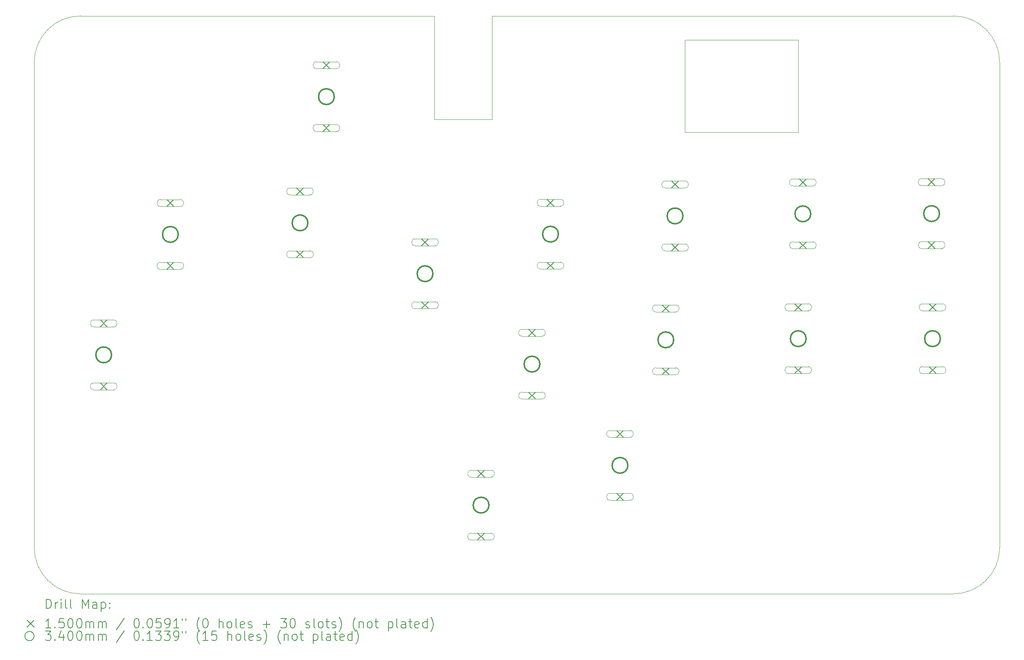
<source format=gbr>
%TF.GenerationSoftware,KiCad,Pcbnew,8.0.6*%
%TF.CreationDate,2024-11-15T02:05:07+00:00*%
%TF.ProjectId,keychron_hitbox,6b657963-6872-46f6-9e5f-686974626f78,rev?*%
%TF.SameCoordinates,Original*%
%TF.FileFunction,Drillmap*%
%TF.FilePolarity,Positive*%
%FSLAX45Y45*%
G04 Gerber Fmt 4.5, Leading zero omitted, Abs format (unit mm)*
G04 Created by KiCad (PCBNEW 8.0.6) date 2024-11-15 02:05:07*
%MOMM*%
%LPD*%
G01*
G04 APERTURE LIST*
%ADD10C,0.050000*%
%ADD11C,0.200000*%
%ADD12C,0.150000*%
%ADD13C,0.100000*%
%ADD14C,0.340000*%
G04 APERTURE END LIST*
D10*
X5300000Y-15000000D02*
X24150000Y-15000000D01*
X12946000Y-2500000D02*
X5300000Y-2500000D01*
X4300000Y-14000000D02*
X4300000Y-3500000D01*
X25150000Y-14000000D02*
G75*
G02*
X24150000Y-15000000I-1000000J0D01*
G01*
X24150000Y-2500000D02*
G75*
G02*
X25150000Y-3500000I0J-1000000D01*
G01*
X14189000Y-2500000D02*
X24150000Y-2500000D01*
X12946000Y-4735000D02*
X12946000Y-2500000D01*
X4300000Y-3500000D02*
G75*
G02*
X5300000Y-2500000I1000000J0D01*
G01*
X14189000Y-2500000D02*
X14189000Y-4735000D01*
X14189000Y-4735000D02*
X12946000Y-4735000D01*
X5300000Y-15000000D02*
G75*
G02*
X4300000Y-14000000I0J1000000D01*
G01*
X25150000Y-3500000D02*
X25150000Y-14000000D01*
X18350000Y-3015000D02*
X20800000Y-3015000D01*
X20800000Y-5015000D01*
X18350000Y-5015000D01*
X18350000Y-3015000D01*
D11*
D12*
X5725000Y-9075000D02*
X5875000Y-9225000D01*
X5875000Y-9075000D02*
X5725000Y-9225000D01*
D13*
X5585000Y-9225000D02*
X6015000Y-9225000D01*
X6015000Y-9075000D02*
G75*
G02*
X6015000Y-9225000I0J-75000D01*
G01*
X6015000Y-9075000D02*
X5585000Y-9075000D01*
X5585000Y-9075000D02*
G75*
G03*
X5585000Y-9225000I0J-75000D01*
G01*
D12*
X5725000Y-10435000D02*
X5875000Y-10585000D01*
X5875000Y-10435000D02*
X5725000Y-10585000D01*
D13*
X5585000Y-10585000D02*
X6015000Y-10585000D01*
X6015000Y-10435000D02*
G75*
G02*
X6015000Y-10585000I0J-75000D01*
G01*
X6015000Y-10435000D02*
X5585000Y-10435000D01*
X5585000Y-10435000D02*
G75*
G03*
X5585000Y-10585000I0J-75000D01*
G01*
D12*
X7165000Y-6470000D02*
X7315000Y-6620000D01*
X7315000Y-6470000D02*
X7165000Y-6620000D01*
D13*
X7025000Y-6620000D02*
X7455000Y-6620000D01*
X7455000Y-6470000D02*
G75*
G02*
X7455000Y-6620000I0J-75000D01*
G01*
X7455000Y-6470000D02*
X7025000Y-6470000D01*
X7025000Y-6470000D02*
G75*
G03*
X7025000Y-6620000I0J-75000D01*
G01*
D12*
X7165000Y-7830000D02*
X7315000Y-7980000D01*
X7315000Y-7830000D02*
X7165000Y-7980000D01*
D13*
X7025000Y-7980000D02*
X7455000Y-7980000D01*
X7455000Y-7830000D02*
G75*
G02*
X7455000Y-7980000I0J-75000D01*
G01*
X7455000Y-7830000D02*
X7025000Y-7830000D01*
X7025000Y-7830000D02*
G75*
G03*
X7025000Y-7980000I0J-75000D01*
G01*
D12*
X9965000Y-6220000D02*
X10115000Y-6370000D01*
X10115000Y-6220000D02*
X9965000Y-6370000D01*
D13*
X9825000Y-6370000D02*
X10255000Y-6370000D01*
X10255000Y-6220000D02*
G75*
G02*
X10255000Y-6370000I0J-75000D01*
G01*
X10255000Y-6220000D02*
X9825000Y-6220000D01*
X9825000Y-6220000D02*
G75*
G03*
X9825000Y-6370000I0J-75000D01*
G01*
D12*
X9965000Y-7580000D02*
X10115000Y-7730000D01*
X10115000Y-7580000D02*
X9965000Y-7730000D01*
D13*
X9825000Y-7730000D02*
X10255000Y-7730000D01*
X10255000Y-7580000D02*
G75*
G02*
X10255000Y-7730000I0J-75000D01*
G01*
X10255000Y-7580000D02*
X9825000Y-7580000D01*
X9825000Y-7580000D02*
G75*
G03*
X9825000Y-7730000I0J-75000D01*
G01*
D12*
X10535000Y-3490000D02*
X10685000Y-3640000D01*
X10685000Y-3490000D02*
X10535000Y-3640000D01*
D13*
X10395000Y-3640000D02*
X10825000Y-3640000D01*
X10825000Y-3490000D02*
G75*
G02*
X10825000Y-3640000I0J-75000D01*
G01*
X10825000Y-3490000D02*
X10395000Y-3490000D01*
X10395000Y-3490000D02*
G75*
G03*
X10395000Y-3640000I0J-75000D01*
G01*
D12*
X10535000Y-4850000D02*
X10685000Y-5000000D01*
X10685000Y-4850000D02*
X10535000Y-5000000D01*
D13*
X10395000Y-5000000D02*
X10825000Y-5000000D01*
X10825000Y-4850000D02*
G75*
G02*
X10825000Y-5000000I0J-75000D01*
G01*
X10825000Y-4850000D02*
X10395000Y-4850000D01*
X10395000Y-4850000D02*
G75*
G03*
X10395000Y-5000000I0J-75000D01*
G01*
D12*
X12665000Y-7320000D02*
X12815000Y-7470000D01*
X12815000Y-7320000D02*
X12665000Y-7470000D01*
D13*
X12525000Y-7470000D02*
X12955000Y-7470000D01*
X12955000Y-7320000D02*
G75*
G02*
X12955000Y-7470000I0J-75000D01*
G01*
X12955000Y-7320000D02*
X12525000Y-7320000D01*
X12525000Y-7320000D02*
G75*
G03*
X12525000Y-7470000I0J-75000D01*
G01*
D12*
X12665000Y-8680000D02*
X12815000Y-8830000D01*
X12815000Y-8680000D02*
X12665000Y-8830000D01*
D13*
X12525000Y-8830000D02*
X12955000Y-8830000D01*
X12955000Y-8680000D02*
G75*
G02*
X12955000Y-8830000I0J-75000D01*
G01*
X12955000Y-8680000D02*
X12525000Y-8680000D01*
X12525000Y-8680000D02*
G75*
G03*
X12525000Y-8830000I0J-75000D01*
G01*
D12*
X13875000Y-12325000D02*
X14025000Y-12475000D01*
X14025000Y-12325000D02*
X13875000Y-12475000D01*
D13*
X13735000Y-12475000D02*
X14165000Y-12475000D01*
X14165000Y-12325000D02*
G75*
G02*
X14165000Y-12475000I0J-75000D01*
G01*
X14165000Y-12325000D02*
X13735000Y-12325000D01*
X13735000Y-12325000D02*
G75*
G03*
X13735000Y-12475000I0J-75000D01*
G01*
D12*
X13875000Y-13685000D02*
X14025000Y-13835000D01*
X14025000Y-13685000D02*
X13875000Y-13835000D01*
D13*
X13735000Y-13835000D02*
X14165000Y-13835000D01*
X14165000Y-13685000D02*
G75*
G02*
X14165000Y-13835000I0J-75000D01*
G01*
X14165000Y-13685000D02*
X13735000Y-13685000D01*
X13735000Y-13685000D02*
G75*
G03*
X13735000Y-13835000I0J-75000D01*
G01*
D12*
X14975000Y-9275000D02*
X15125000Y-9425000D01*
X15125000Y-9275000D02*
X14975000Y-9425000D01*
D13*
X14835000Y-9425000D02*
X15265000Y-9425000D01*
X15265000Y-9275000D02*
G75*
G02*
X15265000Y-9425000I0J-75000D01*
G01*
X15265000Y-9275000D02*
X14835000Y-9275000D01*
X14835000Y-9275000D02*
G75*
G03*
X14835000Y-9425000I0J-75000D01*
G01*
D12*
X14975000Y-10635000D02*
X15125000Y-10785000D01*
X15125000Y-10635000D02*
X14975000Y-10785000D01*
D13*
X14835000Y-10785000D02*
X15265000Y-10785000D01*
X15265000Y-10635000D02*
G75*
G02*
X15265000Y-10785000I0J-75000D01*
G01*
X15265000Y-10635000D02*
X14835000Y-10635000D01*
X14835000Y-10635000D02*
G75*
G03*
X14835000Y-10785000I0J-75000D01*
G01*
D12*
X15375000Y-6465000D02*
X15525000Y-6615000D01*
X15525000Y-6465000D02*
X15375000Y-6615000D01*
D13*
X15235000Y-6615000D02*
X15665000Y-6615000D01*
X15665000Y-6465000D02*
G75*
G02*
X15665000Y-6615000I0J-75000D01*
G01*
X15665000Y-6465000D02*
X15235000Y-6465000D01*
X15235000Y-6465000D02*
G75*
G03*
X15235000Y-6615000I0J-75000D01*
G01*
D12*
X15375000Y-7825000D02*
X15525000Y-7975000D01*
X15525000Y-7825000D02*
X15375000Y-7975000D01*
D13*
X15235000Y-7975000D02*
X15665000Y-7975000D01*
X15665000Y-7825000D02*
G75*
G02*
X15665000Y-7975000I0J-75000D01*
G01*
X15665000Y-7825000D02*
X15235000Y-7825000D01*
X15235000Y-7825000D02*
G75*
G03*
X15235000Y-7975000I0J-75000D01*
G01*
D12*
X16875000Y-11465000D02*
X17025000Y-11615000D01*
X17025000Y-11465000D02*
X16875000Y-11615000D01*
D13*
X16735000Y-11615000D02*
X17165000Y-11615000D01*
X17165000Y-11465000D02*
G75*
G02*
X17165000Y-11615000I0J-75000D01*
G01*
X17165000Y-11465000D02*
X16735000Y-11465000D01*
X16735000Y-11465000D02*
G75*
G03*
X16735000Y-11615000I0J-75000D01*
G01*
D12*
X16875000Y-12825000D02*
X17025000Y-12975000D01*
X17025000Y-12825000D02*
X16875000Y-12975000D01*
D13*
X16735000Y-12975000D02*
X17165000Y-12975000D01*
X17165000Y-12825000D02*
G75*
G02*
X17165000Y-12975000I0J-75000D01*
G01*
X17165000Y-12825000D02*
X16735000Y-12825000D01*
X16735000Y-12825000D02*
G75*
G03*
X16735000Y-12975000I0J-75000D01*
G01*
D12*
X17865000Y-8750000D02*
X18015000Y-8900000D01*
X18015000Y-8750000D02*
X17865000Y-8900000D01*
D13*
X17725000Y-8900000D02*
X18155000Y-8900000D01*
X18155000Y-8750000D02*
G75*
G02*
X18155000Y-8900000I0J-75000D01*
G01*
X18155000Y-8750000D02*
X17725000Y-8750000D01*
X17725000Y-8750000D02*
G75*
G03*
X17725000Y-8900000I0J-75000D01*
G01*
D12*
X17865000Y-10110000D02*
X18015000Y-10260000D01*
X18015000Y-10110000D02*
X17865000Y-10260000D01*
D13*
X17725000Y-10260000D02*
X18155000Y-10260000D01*
X18155000Y-10110000D02*
G75*
G02*
X18155000Y-10260000I0J-75000D01*
G01*
X18155000Y-10110000D02*
X17725000Y-10110000D01*
X17725000Y-10110000D02*
G75*
G03*
X17725000Y-10260000I0J-75000D01*
G01*
D12*
X18065000Y-6070000D02*
X18215000Y-6220000D01*
X18215000Y-6070000D02*
X18065000Y-6220000D01*
D13*
X17925000Y-6220000D02*
X18355000Y-6220000D01*
X18355000Y-6070000D02*
G75*
G02*
X18355000Y-6220000I0J-75000D01*
G01*
X18355000Y-6070000D02*
X17925000Y-6070000D01*
X17925000Y-6070000D02*
G75*
G03*
X17925000Y-6220000I0J-75000D01*
G01*
D12*
X18065000Y-7430000D02*
X18215000Y-7580000D01*
X18215000Y-7430000D02*
X18065000Y-7580000D01*
D13*
X17925000Y-7580000D02*
X18355000Y-7580000D01*
X18355000Y-7430000D02*
G75*
G02*
X18355000Y-7580000I0J-75000D01*
G01*
X18355000Y-7430000D02*
X17925000Y-7430000D01*
X17925000Y-7430000D02*
G75*
G03*
X17925000Y-7580000I0J-75000D01*
G01*
D12*
X20725000Y-8725000D02*
X20875000Y-8875000D01*
X20875000Y-8725000D02*
X20725000Y-8875000D01*
D13*
X20585000Y-8875000D02*
X21015000Y-8875000D01*
X21015000Y-8725000D02*
G75*
G02*
X21015000Y-8875000I0J-75000D01*
G01*
X21015000Y-8725000D02*
X20585000Y-8725000D01*
X20585000Y-8725000D02*
G75*
G03*
X20585000Y-8875000I0J-75000D01*
G01*
D12*
X20725000Y-10085000D02*
X20875000Y-10235000D01*
X20875000Y-10085000D02*
X20725000Y-10235000D01*
D13*
X20585000Y-10235000D02*
X21015000Y-10235000D01*
X21015000Y-10085000D02*
G75*
G02*
X21015000Y-10235000I0J-75000D01*
G01*
X21015000Y-10085000D02*
X20585000Y-10085000D01*
X20585000Y-10085000D02*
G75*
G03*
X20585000Y-10235000I0J-75000D01*
G01*
D12*
X20825000Y-6025000D02*
X20975000Y-6175000D01*
X20975000Y-6025000D02*
X20825000Y-6175000D01*
D13*
X20685000Y-6175000D02*
X21115000Y-6175000D01*
X21115000Y-6025000D02*
G75*
G02*
X21115000Y-6175000I0J-75000D01*
G01*
X21115000Y-6025000D02*
X20685000Y-6025000D01*
X20685000Y-6025000D02*
G75*
G03*
X20685000Y-6175000I0J-75000D01*
G01*
D12*
X20825000Y-7385000D02*
X20975000Y-7535000D01*
X20975000Y-7385000D02*
X20825000Y-7535000D01*
D13*
X20685000Y-7535000D02*
X21115000Y-7535000D01*
X21115000Y-7385000D02*
G75*
G02*
X21115000Y-7535000I0J-75000D01*
G01*
X21115000Y-7385000D02*
X20685000Y-7385000D01*
X20685000Y-7385000D02*
G75*
G03*
X20685000Y-7535000I0J-75000D01*
G01*
D12*
X23605000Y-6020000D02*
X23755000Y-6170000D01*
X23755000Y-6020000D02*
X23605000Y-6170000D01*
D13*
X23465000Y-6170000D02*
X23895000Y-6170000D01*
X23895000Y-6020000D02*
G75*
G02*
X23895000Y-6170000I0J-75000D01*
G01*
X23895000Y-6020000D02*
X23465000Y-6020000D01*
X23465000Y-6020000D02*
G75*
G03*
X23465000Y-6170000I0J-75000D01*
G01*
D12*
X23605000Y-7380000D02*
X23755000Y-7530000D01*
X23755000Y-7380000D02*
X23605000Y-7530000D01*
D13*
X23465000Y-7530000D02*
X23895000Y-7530000D01*
X23895000Y-7380000D02*
G75*
G02*
X23895000Y-7530000I0J-75000D01*
G01*
X23895000Y-7380000D02*
X23465000Y-7380000D01*
X23465000Y-7380000D02*
G75*
G03*
X23465000Y-7530000I0J-75000D01*
G01*
D12*
X23625000Y-8725000D02*
X23775000Y-8875000D01*
X23775000Y-8725000D02*
X23625000Y-8875000D01*
D13*
X23485000Y-8875000D02*
X23915000Y-8875000D01*
X23915000Y-8725000D02*
G75*
G02*
X23915000Y-8875000I0J-75000D01*
G01*
X23915000Y-8725000D02*
X23485000Y-8725000D01*
X23485000Y-8725000D02*
G75*
G03*
X23485000Y-8875000I0J-75000D01*
G01*
D12*
X23625000Y-10085000D02*
X23775000Y-10235000D01*
X23775000Y-10085000D02*
X23625000Y-10235000D01*
D13*
X23485000Y-10235000D02*
X23915000Y-10235000D01*
X23915000Y-10085000D02*
G75*
G02*
X23915000Y-10235000I0J-75000D01*
G01*
X23915000Y-10085000D02*
X23485000Y-10085000D01*
X23485000Y-10085000D02*
G75*
G03*
X23485000Y-10235000I0J-75000D01*
G01*
D14*
X5970000Y-9830000D02*
G75*
G02*
X5630000Y-9830000I-170000J0D01*
G01*
X5630000Y-9830000D02*
G75*
G02*
X5970000Y-9830000I170000J0D01*
G01*
X7410000Y-7225000D02*
G75*
G02*
X7070000Y-7225000I-170000J0D01*
G01*
X7070000Y-7225000D02*
G75*
G02*
X7410000Y-7225000I170000J0D01*
G01*
X10210000Y-6975000D02*
G75*
G02*
X9870000Y-6975000I-170000J0D01*
G01*
X9870000Y-6975000D02*
G75*
G02*
X10210000Y-6975000I170000J0D01*
G01*
X10780000Y-4245000D02*
G75*
G02*
X10440000Y-4245000I-170000J0D01*
G01*
X10440000Y-4245000D02*
G75*
G02*
X10780000Y-4245000I170000J0D01*
G01*
X12910000Y-8075000D02*
G75*
G02*
X12570000Y-8075000I-170000J0D01*
G01*
X12570000Y-8075000D02*
G75*
G02*
X12910000Y-8075000I170000J0D01*
G01*
X14120000Y-13080000D02*
G75*
G02*
X13780000Y-13080000I-170000J0D01*
G01*
X13780000Y-13080000D02*
G75*
G02*
X14120000Y-13080000I170000J0D01*
G01*
X15220000Y-10030000D02*
G75*
G02*
X14880000Y-10030000I-170000J0D01*
G01*
X14880000Y-10030000D02*
G75*
G02*
X15220000Y-10030000I170000J0D01*
G01*
X15620000Y-7220000D02*
G75*
G02*
X15280000Y-7220000I-170000J0D01*
G01*
X15280000Y-7220000D02*
G75*
G02*
X15620000Y-7220000I170000J0D01*
G01*
X17120000Y-12220000D02*
G75*
G02*
X16780000Y-12220000I-170000J0D01*
G01*
X16780000Y-12220000D02*
G75*
G02*
X17120000Y-12220000I170000J0D01*
G01*
X18110000Y-9505000D02*
G75*
G02*
X17770000Y-9505000I-170000J0D01*
G01*
X17770000Y-9505000D02*
G75*
G02*
X18110000Y-9505000I170000J0D01*
G01*
X18310000Y-6825000D02*
G75*
G02*
X17970000Y-6825000I-170000J0D01*
G01*
X17970000Y-6825000D02*
G75*
G02*
X18310000Y-6825000I170000J0D01*
G01*
X20970000Y-9480000D02*
G75*
G02*
X20630000Y-9480000I-170000J0D01*
G01*
X20630000Y-9480000D02*
G75*
G02*
X20970000Y-9480000I170000J0D01*
G01*
X21070000Y-6780000D02*
G75*
G02*
X20730000Y-6780000I-170000J0D01*
G01*
X20730000Y-6780000D02*
G75*
G02*
X21070000Y-6780000I170000J0D01*
G01*
X23850000Y-6775000D02*
G75*
G02*
X23510000Y-6775000I-170000J0D01*
G01*
X23510000Y-6775000D02*
G75*
G02*
X23850000Y-6775000I170000J0D01*
G01*
X23870000Y-9480000D02*
G75*
G02*
X23530000Y-9480000I-170000J0D01*
G01*
X23530000Y-9480000D02*
G75*
G02*
X23870000Y-9480000I170000J0D01*
G01*
D11*
X4558277Y-15313984D02*
X4558277Y-15113984D01*
X4558277Y-15113984D02*
X4605896Y-15113984D01*
X4605896Y-15113984D02*
X4634467Y-15123508D01*
X4634467Y-15123508D02*
X4653515Y-15142555D01*
X4653515Y-15142555D02*
X4663039Y-15161603D01*
X4663039Y-15161603D02*
X4672563Y-15199698D01*
X4672563Y-15199698D02*
X4672563Y-15228269D01*
X4672563Y-15228269D02*
X4663039Y-15266365D01*
X4663039Y-15266365D02*
X4653515Y-15285412D01*
X4653515Y-15285412D02*
X4634467Y-15304460D01*
X4634467Y-15304460D02*
X4605896Y-15313984D01*
X4605896Y-15313984D02*
X4558277Y-15313984D01*
X4758277Y-15313984D02*
X4758277Y-15180650D01*
X4758277Y-15218746D02*
X4767801Y-15199698D01*
X4767801Y-15199698D02*
X4777324Y-15190174D01*
X4777324Y-15190174D02*
X4796372Y-15180650D01*
X4796372Y-15180650D02*
X4815420Y-15180650D01*
X4882086Y-15313984D02*
X4882086Y-15180650D01*
X4882086Y-15113984D02*
X4872563Y-15123508D01*
X4872563Y-15123508D02*
X4882086Y-15133031D01*
X4882086Y-15133031D02*
X4891610Y-15123508D01*
X4891610Y-15123508D02*
X4882086Y-15113984D01*
X4882086Y-15113984D02*
X4882086Y-15133031D01*
X5005896Y-15313984D02*
X4986848Y-15304460D01*
X4986848Y-15304460D02*
X4977324Y-15285412D01*
X4977324Y-15285412D02*
X4977324Y-15113984D01*
X5110658Y-15313984D02*
X5091610Y-15304460D01*
X5091610Y-15304460D02*
X5082086Y-15285412D01*
X5082086Y-15285412D02*
X5082086Y-15113984D01*
X5339229Y-15313984D02*
X5339229Y-15113984D01*
X5339229Y-15113984D02*
X5405896Y-15256841D01*
X5405896Y-15256841D02*
X5472563Y-15113984D01*
X5472563Y-15113984D02*
X5472563Y-15313984D01*
X5653515Y-15313984D02*
X5653515Y-15209222D01*
X5653515Y-15209222D02*
X5643991Y-15190174D01*
X5643991Y-15190174D02*
X5624943Y-15180650D01*
X5624943Y-15180650D02*
X5586848Y-15180650D01*
X5586848Y-15180650D02*
X5567801Y-15190174D01*
X5653515Y-15304460D02*
X5634467Y-15313984D01*
X5634467Y-15313984D02*
X5586848Y-15313984D01*
X5586848Y-15313984D02*
X5567801Y-15304460D01*
X5567801Y-15304460D02*
X5558277Y-15285412D01*
X5558277Y-15285412D02*
X5558277Y-15266365D01*
X5558277Y-15266365D02*
X5567801Y-15247317D01*
X5567801Y-15247317D02*
X5586848Y-15237793D01*
X5586848Y-15237793D02*
X5634467Y-15237793D01*
X5634467Y-15237793D02*
X5653515Y-15228269D01*
X5748753Y-15180650D02*
X5748753Y-15380650D01*
X5748753Y-15190174D02*
X5767801Y-15180650D01*
X5767801Y-15180650D02*
X5805896Y-15180650D01*
X5805896Y-15180650D02*
X5824943Y-15190174D01*
X5824943Y-15190174D02*
X5834467Y-15199698D01*
X5834467Y-15199698D02*
X5843991Y-15218746D01*
X5843991Y-15218746D02*
X5843991Y-15275888D01*
X5843991Y-15275888D02*
X5834467Y-15294936D01*
X5834467Y-15294936D02*
X5824943Y-15304460D01*
X5824943Y-15304460D02*
X5805896Y-15313984D01*
X5805896Y-15313984D02*
X5767801Y-15313984D01*
X5767801Y-15313984D02*
X5748753Y-15304460D01*
X5929705Y-15294936D02*
X5939229Y-15304460D01*
X5939229Y-15304460D02*
X5929705Y-15313984D01*
X5929705Y-15313984D02*
X5920182Y-15304460D01*
X5920182Y-15304460D02*
X5929705Y-15294936D01*
X5929705Y-15294936D02*
X5929705Y-15313984D01*
X5929705Y-15190174D02*
X5939229Y-15199698D01*
X5939229Y-15199698D02*
X5929705Y-15209222D01*
X5929705Y-15209222D02*
X5920182Y-15199698D01*
X5920182Y-15199698D02*
X5929705Y-15190174D01*
X5929705Y-15190174D02*
X5929705Y-15209222D01*
D12*
X4147500Y-15567500D02*
X4297500Y-15717500D01*
X4297500Y-15567500D02*
X4147500Y-15717500D01*
D11*
X4663039Y-15733984D02*
X4548753Y-15733984D01*
X4605896Y-15733984D02*
X4605896Y-15533984D01*
X4605896Y-15533984D02*
X4586848Y-15562555D01*
X4586848Y-15562555D02*
X4567801Y-15581603D01*
X4567801Y-15581603D02*
X4548753Y-15591127D01*
X4748753Y-15714936D02*
X4758277Y-15724460D01*
X4758277Y-15724460D02*
X4748753Y-15733984D01*
X4748753Y-15733984D02*
X4739229Y-15724460D01*
X4739229Y-15724460D02*
X4748753Y-15714936D01*
X4748753Y-15714936D02*
X4748753Y-15733984D01*
X4939229Y-15533984D02*
X4843991Y-15533984D01*
X4843991Y-15533984D02*
X4834467Y-15629222D01*
X4834467Y-15629222D02*
X4843991Y-15619698D01*
X4843991Y-15619698D02*
X4863039Y-15610174D01*
X4863039Y-15610174D02*
X4910658Y-15610174D01*
X4910658Y-15610174D02*
X4929705Y-15619698D01*
X4929705Y-15619698D02*
X4939229Y-15629222D01*
X4939229Y-15629222D02*
X4948753Y-15648269D01*
X4948753Y-15648269D02*
X4948753Y-15695888D01*
X4948753Y-15695888D02*
X4939229Y-15714936D01*
X4939229Y-15714936D02*
X4929705Y-15724460D01*
X4929705Y-15724460D02*
X4910658Y-15733984D01*
X4910658Y-15733984D02*
X4863039Y-15733984D01*
X4863039Y-15733984D02*
X4843991Y-15724460D01*
X4843991Y-15724460D02*
X4834467Y-15714936D01*
X5072563Y-15533984D02*
X5091610Y-15533984D01*
X5091610Y-15533984D02*
X5110658Y-15543508D01*
X5110658Y-15543508D02*
X5120182Y-15553031D01*
X5120182Y-15553031D02*
X5129705Y-15572079D01*
X5129705Y-15572079D02*
X5139229Y-15610174D01*
X5139229Y-15610174D02*
X5139229Y-15657793D01*
X5139229Y-15657793D02*
X5129705Y-15695888D01*
X5129705Y-15695888D02*
X5120182Y-15714936D01*
X5120182Y-15714936D02*
X5110658Y-15724460D01*
X5110658Y-15724460D02*
X5091610Y-15733984D01*
X5091610Y-15733984D02*
X5072563Y-15733984D01*
X5072563Y-15733984D02*
X5053515Y-15724460D01*
X5053515Y-15724460D02*
X5043991Y-15714936D01*
X5043991Y-15714936D02*
X5034467Y-15695888D01*
X5034467Y-15695888D02*
X5024944Y-15657793D01*
X5024944Y-15657793D02*
X5024944Y-15610174D01*
X5024944Y-15610174D02*
X5034467Y-15572079D01*
X5034467Y-15572079D02*
X5043991Y-15553031D01*
X5043991Y-15553031D02*
X5053515Y-15543508D01*
X5053515Y-15543508D02*
X5072563Y-15533984D01*
X5263039Y-15533984D02*
X5282086Y-15533984D01*
X5282086Y-15533984D02*
X5301134Y-15543508D01*
X5301134Y-15543508D02*
X5310658Y-15553031D01*
X5310658Y-15553031D02*
X5320182Y-15572079D01*
X5320182Y-15572079D02*
X5329705Y-15610174D01*
X5329705Y-15610174D02*
X5329705Y-15657793D01*
X5329705Y-15657793D02*
X5320182Y-15695888D01*
X5320182Y-15695888D02*
X5310658Y-15714936D01*
X5310658Y-15714936D02*
X5301134Y-15724460D01*
X5301134Y-15724460D02*
X5282086Y-15733984D01*
X5282086Y-15733984D02*
X5263039Y-15733984D01*
X5263039Y-15733984D02*
X5243991Y-15724460D01*
X5243991Y-15724460D02*
X5234467Y-15714936D01*
X5234467Y-15714936D02*
X5224944Y-15695888D01*
X5224944Y-15695888D02*
X5215420Y-15657793D01*
X5215420Y-15657793D02*
X5215420Y-15610174D01*
X5215420Y-15610174D02*
X5224944Y-15572079D01*
X5224944Y-15572079D02*
X5234467Y-15553031D01*
X5234467Y-15553031D02*
X5243991Y-15543508D01*
X5243991Y-15543508D02*
X5263039Y-15533984D01*
X5415420Y-15733984D02*
X5415420Y-15600650D01*
X5415420Y-15619698D02*
X5424944Y-15610174D01*
X5424944Y-15610174D02*
X5443991Y-15600650D01*
X5443991Y-15600650D02*
X5472563Y-15600650D01*
X5472563Y-15600650D02*
X5491610Y-15610174D01*
X5491610Y-15610174D02*
X5501134Y-15629222D01*
X5501134Y-15629222D02*
X5501134Y-15733984D01*
X5501134Y-15629222D02*
X5510658Y-15610174D01*
X5510658Y-15610174D02*
X5529705Y-15600650D01*
X5529705Y-15600650D02*
X5558277Y-15600650D01*
X5558277Y-15600650D02*
X5577325Y-15610174D01*
X5577325Y-15610174D02*
X5586848Y-15629222D01*
X5586848Y-15629222D02*
X5586848Y-15733984D01*
X5682086Y-15733984D02*
X5682086Y-15600650D01*
X5682086Y-15619698D02*
X5691610Y-15610174D01*
X5691610Y-15610174D02*
X5710658Y-15600650D01*
X5710658Y-15600650D02*
X5739229Y-15600650D01*
X5739229Y-15600650D02*
X5758277Y-15610174D01*
X5758277Y-15610174D02*
X5767801Y-15629222D01*
X5767801Y-15629222D02*
X5767801Y-15733984D01*
X5767801Y-15629222D02*
X5777324Y-15610174D01*
X5777324Y-15610174D02*
X5796372Y-15600650D01*
X5796372Y-15600650D02*
X5824943Y-15600650D01*
X5824943Y-15600650D02*
X5843991Y-15610174D01*
X5843991Y-15610174D02*
X5853515Y-15629222D01*
X5853515Y-15629222D02*
X5853515Y-15733984D01*
X6243991Y-15524460D02*
X6072563Y-15781603D01*
X6501134Y-15533984D02*
X6520182Y-15533984D01*
X6520182Y-15533984D02*
X6539229Y-15543508D01*
X6539229Y-15543508D02*
X6548753Y-15553031D01*
X6548753Y-15553031D02*
X6558277Y-15572079D01*
X6558277Y-15572079D02*
X6567801Y-15610174D01*
X6567801Y-15610174D02*
X6567801Y-15657793D01*
X6567801Y-15657793D02*
X6558277Y-15695888D01*
X6558277Y-15695888D02*
X6548753Y-15714936D01*
X6548753Y-15714936D02*
X6539229Y-15724460D01*
X6539229Y-15724460D02*
X6520182Y-15733984D01*
X6520182Y-15733984D02*
X6501134Y-15733984D01*
X6501134Y-15733984D02*
X6482086Y-15724460D01*
X6482086Y-15724460D02*
X6472563Y-15714936D01*
X6472563Y-15714936D02*
X6463039Y-15695888D01*
X6463039Y-15695888D02*
X6453515Y-15657793D01*
X6453515Y-15657793D02*
X6453515Y-15610174D01*
X6453515Y-15610174D02*
X6463039Y-15572079D01*
X6463039Y-15572079D02*
X6472563Y-15553031D01*
X6472563Y-15553031D02*
X6482086Y-15543508D01*
X6482086Y-15543508D02*
X6501134Y-15533984D01*
X6653515Y-15714936D02*
X6663039Y-15724460D01*
X6663039Y-15724460D02*
X6653515Y-15733984D01*
X6653515Y-15733984D02*
X6643991Y-15724460D01*
X6643991Y-15724460D02*
X6653515Y-15714936D01*
X6653515Y-15714936D02*
X6653515Y-15733984D01*
X6786848Y-15533984D02*
X6805896Y-15533984D01*
X6805896Y-15533984D02*
X6824944Y-15543508D01*
X6824944Y-15543508D02*
X6834467Y-15553031D01*
X6834467Y-15553031D02*
X6843991Y-15572079D01*
X6843991Y-15572079D02*
X6853515Y-15610174D01*
X6853515Y-15610174D02*
X6853515Y-15657793D01*
X6853515Y-15657793D02*
X6843991Y-15695888D01*
X6843991Y-15695888D02*
X6834467Y-15714936D01*
X6834467Y-15714936D02*
X6824944Y-15724460D01*
X6824944Y-15724460D02*
X6805896Y-15733984D01*
X6805896Y-15733984D02*
X6786848Y-15733984D01*
X6786848Y-15733984D02*
X6767801Y-15724460D01*
X6767801Y-15724460D02*
X6758277Y-15714936D01*
X6758277Y-15714936D02*
X6748753Y-15695888D01*
X6748753Y-15695888D02*
X6739229Y-15657793D01*
X6739229Y-15657793D02*
X6739229Y-15610174D01*
X6739229Y-15610174D02*
X6748753Y-15572079D01*
X6748753Y-15572079D02*
X6758277Y-15553031D01*
X6758277Y-15553031D02*
X6767801Y-15543508D01*
X6767801Y-15543508D02*
X6786848Y-15533984D01*
X7034467Y-15533984D02*
X6939229Y-15533984D01*
X6939229Y-15533984D02*
X6929706Y-15629222D01*
X6929706Y-15629222D02*
X6939229Y-15619698D01*
X6939229Y-15619698D02*
X6958277Y-15610174D01*
X6958277Y-15610174D02*
X7005896Y-15610174D01*
X7005896Y-15610174D02*
X7024944Y-15619698D01*
X7024944Y-15619698D02*
X7034467Y-15629222D01*
X7034467Y-15629222D02*
X7043991Y-15648269D01*
X7043991Y-15648269D02*
X7043991Y-15695888D01*
X7043991Y-15695888D02*
X7034467Y-15714936D01*
X7034467Y-15714936D02*
X7024944Y-15724460D01*
X7024944Y-15724460D02*
X7005896Y-15733984D01*
X7005896Y-15733984D02*
X6958277Y-15733984D01*
X6958277Y-15733984D02*
X6939229Y-15724460D01*
X6939229Y-15724460D02*
X6929706Y-15714936D01*
X7139229Y-15733984D02*
X7177325Y-15733984D01*
X7177325Y-15733984D02*
X7196372Y-15724460D01*
X7196372Y-15724460D02*
X7205896Y-15714936D01*
X7205896Y-15714936D02*
X7224944Y-15686365D01*
X7224944Y-15686365D02*
X7234467Y-15648269D01*
X7234467Y-15648269D02*
X7234467Y-15572079D01*
X7234467Y-15572079D02*
X7224944Y-15553031D01*
X7224944Y-15553031D02*
X7215420Y-15543508D01*
X7215420Y-15543508D02*
X7196372Y-15533984D01*
X7196372Y-15533984D02*
X7158277Y-15533984D01*
X7158277Y-15533984D02*
X7139229Y-15543508D01*
X7139229Y-15543508D02*
X7129706Y-15553031D01*
X7129706Y-15553031D02*
X7120182Y-15572079D01*
X7120182Y-15572079D02*
X7120182Y-15619698D01*
X7120182Y-15619698D02*
X7129706Y-15638746D01*
X7129706Y-15638746D02*
X7139229Y-15648269D01*
X7139229Y-15648269D02*
X7158277Y-15657793D01*
X7158277Y-15657793D02*
X7196372Y-15657793D01*
X7196372Y-15657793D02*
X7215420Y-15648269D01*
X7215420Y-15648269D02*
X7224944Y-15638746D01*
X7224944Y-15638746D02*
X7234467Y-15619698D01*
X7424944Y-15733984D02*
X7310658Y-15733984D01*
X7367801Y-15733984D02*
X7367801Y-15533984D01*
X7367801Y-15533984D02*
X7348753Y-15562555D01*
X7348753Y-15562555D02*
X7329706Y-15581603D01*
X7329706Y-15581603D02*
X7310658Y-15591127D01*
X7501134Y-15533984D02*
X7501134Y-15572079D01*
X7577325Y-15533984D02*
X7577325Y-15572079D01*
X7872563Y-15810174D02*
X7863039Y-15800650D01*
X7863039Y-15800650D02*
X7843991Y-15772079D01*
X7843991Y-15772079D02*
X7834468Y-15753031D01*
X7834468Y-15753031D02*
X7824944Y-15724460D01*
X7824944Y-15724460D02*
X7815420Y-15676841D01*
X7815420Y-15676841D02*
X7815420Y-15638746D01*
X7815420Y-15638746D02*
X7824944Y-15591127D01*
X7824944Y-15591127D02*
X7834468Y-15562555D01*
X7834468Y-15562555D02*
X7843991Y-15543508D01*
X7843991Y-15543508D02*
X7863039Y-15514936D01*
X7863039Y-15514936D02*
X7872563Y-15505412D01*
X7986848Y-15533984D02*
X8005896Y-15533984D01*
X8005896Y-15533984D02*
X8024944Y-15543508D01*
X8024944Y-15543508D02*
X8034468Y-15553031D01*
X8034468Y-15553031D02*
X8043991Y-15572079D01*
X8043991Y-15572079D02*
X8053515Y-15610174D01*
X8053515Y-15610174D02*
X8053515Y-15657793D01*
X8053515Y-15657793D02*
X8043991Y-15695888D01*
X8043991Y-15695888D02*
X8034468Y-15714936D01*
X8034468Y-15714936D02*
X8024944Y-15724460D01*
X8024944Y-15724460D02*
X8005896Y-15733984D01*
X8005896Y-15733984D02*
X7986848Y-15733984D01*
X7986848Y-15733984D02*
X7967801Y-15724460D01*
X7967801Y-15724460D02*
X7958277Y-15714936D01*
X7958277Y-15714936D02*
X7948753Y-15695888D01*
X7948753Y-15695888D02*
X7939229Y-15657793D01*
X7939229Y-15657793D02*
X7939229Y-15610174D01*
X7939229Y-15610174D02*
X7948753Y-15572079D01*
X7948753Y-15572079D02*
X7958277Y-15553031D01*
X7958277Y-15553031D02*
X7967801Y-15543508D01*
X7967801Y-15543508D02*
X7986848Y-15533984D01*
X8291610Y-15733984D02*
X8291610Y-15533984D01*
X8377325Y-15733984D02*
X8377325Y-15629222D01*
X8377325Y-15629222D02*
X8367801Y-15610174D01*
X8367801Y-15610174D02*
X8348753Y-15600650D01*
X8348753Y-15600650D02*
X8320182Y-15600650D01*
X8320182Y-15600650D02*
X8301134Y-15610174D01*
X8301134Y-15610174D02*
X8291610Y-15619698D01*
X8501134Y-15733984D02*
X8482087Y-15724460D01*
X8482087Y-15724460D02*
X8472563Y-15714936D01*
X8472563Y-15714936D02*
X8463039Y-15695888D01*
X8463039Y-15695888D02*
X8463039Y-15638746D01*
X8463039Y-15638746D02*
X8472563Y-15619698D01*
X8472563Y-15619698D02*
X8482087Y-15610174D01*
X8482087Y-15610174D02*
X8501134Y-15600650D01*
X8501134Y-15600650D02*
X8529706Y-15600650D01*
X8529706Y-15600650D02*
X8548753Y-15610174D01*
X8548753Y-15610174D02*
X8558277Y-15619698D01*
X8558277Y-15619698D02*
X8567801Y-15638746D01*
X8567801Y-15638746D02*
X8567801Y-15695888D01*
X8567801Y-15695888D02*
X8558277Y-15714936D01*
X8558277Y-15714936D02*
X8548753Y-15724460D01*
X8548753Y-15724460D02*
X8529706Y-15733984D01*
X8529706Y-15733984D02*
X8501134Y-15733984D01*
X8682087Y-15733984D02*
X8663039Y-15724460D01*
X8663039Y-15724460D02*
X8653515Y-15705412D01*
X8653515Y-15705412D02*
X8653515Y-15533984D01*
X8834468Y-15724460D02*
X8815420Y-15733984D01*
X8815420Y-15733984D02*
X8777325Y-15733984D01*
X8777325Y-15733984D02*
X8758277Y-15724460D01*
X8758277Y-15724460D02*
X8748753Y-15705412D01*
X8748753Y-15705412D02*
X8748753Y-15629222D01*
X8748753Y-15629222D02*
X8758277Y-15610174D01*
X8758277Y-15610174D02*
X8777325Y-15600650D01*
X8777325Y-15600650D02*
X8815420Y-15600650D01*
X8815420Y-15600650D02*
X8834468Y-15610174D01*
X8834468Y-15610174D02*
X8843992Y-15629222D01*
X8843992Y-15629222D02*
X8843992Y-15648269D01*
X8843992Y-15648269D02*
X8748753Y-15667317D01*
X8920182Y-15724460D02*
X8939230Y-15733984D01*
X8939230Y-15733984D02*
X8977325Y-15733984D01*
X8977325Y-15733984D02*
X8996373Y-15724460D01*
X8996373Y-15724460D02*
X9005896Y-15705412D01*
X9005896Y-15705412D02*
X9005896Y-15695888D01*
X9005896Y-15695888D02*
X8996373Y-15676841D01*
X8996373Y-15676841D02*
X8977325Y-15667317D01*
X8977325Y-15667317D02*
X8948753Y-15667317D01*
X8948753Y-15667317D02*
X8929706Y-15657793D01*
X8929706Y-15657793D02*
X8920182Y-15638746D01*
X8920182Y-15638746D02*
X8920182Y-15629222D01*
X8920182Y-15629222D02*
X8929706Y-15610174D01*
X8929706Y-15610174D02*
X8948753Y-15600650D01*
X8948753Y-15600650D02*
X8977325Y-15600650D01*
X8977325Y-15600650D02*
X8996373Y-15610174D01*
X9243992Y-15657793D02*
X9396373Y-15657793D01*
X9320182Y-15733984D02*
X9320182Y-15581603D01*
X9624944Y-15533984D02*
X9748754Y-15533984D01*
X9748754Y-15533984D02*
X9682087Y-15610174D01*
X9682087Y-15610174D02*
X9710658Y-15610174D01*
X9710658Y-15610174D02*
X9729706Y-15619698D01*
X9729706Y-15619698D02*
X9739230Y-15629222D01*
X9739230Y-15629222D02*
X9748754Y-15648269D01*
X9748754Y-15648269D02*
X9748754Y-15695888D01*
X9748754Y-15695888D02*
X9739230Y-15714936D01*
X9739230Y-15714936D02*
X9729706Y-15724460D01*
X9729706Y-15724460D02*
X9710658Y-15733984D01*
X9710658Y-15733984D02*
X9653515Y-15733984D01*
X9653515Y-15733984D02*
X9634468Y-15724460D01*
X9634468Y-15724460D02*
X9624944Y-15714936D01*
X9872563Y-15533984D02*
X9891611Y-15533984D01*
X9891611Y-15533984D02*
X9910658Y-15543508D01*
X9910658Y-15543508D02*
X9920182Y-15553031D01*
X9920182Y-15553031D02*
X9929706Y-15572079D01*
X9929706Y-15572079D02*
X9939230Y-15610174D01*
X9939230Y-15610174D02*
X9939230Y-15657793D01*
X9939230Y-15657793D02*
X9929706Y-15695888D01*
X9929706Y-15695888D02*
X9920182Y-15714936D01*
X9920182Y-15714936D02*
X9910658Y-15724460D01*
X9910658Y-15724460D02*
X9891611Y-15733984D01*
X9891611Y-15733984D02*
X9872563Y-15733984D01*
X9872563Y-15733984D02*
X9853515Y-15724460D01*
X9853515Y-15724460D02*
X9843992Y-15714936D01*
X9843992Y-15714936D02*
X9834468Y-15695888D01*
X9834468Y-15695888D02*
X9824944Y-15657793D01*
X9824944Y-15657793D02*
X9824944Y-15610174D01*
X9824944Y-15610174D02*
X9834468Y-15572079D01*
X9834468Y-15572079D02*
X9843992Y-15553031D01*
X9843992Y-15553031D02*
X9853515Y-15543508D01*
X9853515Y-15543508D02*
X9872563Y-15533984D01*
X10167801Y-15724460D02*
X10186849Y-15733984D01*
X10186849Y-15733984D02*
X10224944Y-15733984D01*
X10224944Y-15733984D02*
X10243992Y-15724460D01*
X10243992Y-15724460D02*
X10253516Y-15705412D01*
X10253516Y-15705412D02*
X10253516Y-15695888D01*
X10253516Y-15695888D02*
X10243992Y-15676841D01*
X10243992Y-15676841D02*
X10224944Y-15667317D01*
X10224944Y-15667317D02*
X10196373Y-15667317D01*
X10196373Y-15667317D02*
X10177325Y-15657793D01*
X10177325Y-15657793D02*
X10167801Y-15638746D01*
X10167801Y-15638746D02*
X10167801Y-15629222D01*
X10167801Y-15629222D02*
X10177325Y-15610174D01*
X10177325Y-15610174D02*
X10196373Y-15600650D01*
X10196373Y-15600650D02*
X10224944Y-15600650D01*
X10224944Y-15600650D02*
X10243992Y-15610174D01*
X10367801Y-15733984D02*
X10348754Y-15724460D01*
X10348754Y-15724460D02*
X10339230Y-15705412D01*
X10339230Y-15705412D02*
X10339230Y-15533984D01*
X10472563Y-15733984D02*
X10453516Y-15724460D01*
X10453516Y-15724460D02*
X10443992Y-15714936D01*
X10443992Y-15714936D02*
X10434468Y-15695888D01*
X10434468Y-15695888D02*
X10434468Y-15638746D01*
X10434468Y-15638746D02*
X10443992Y-15619698D01*
X10443992Y-15619698D02*
X10453516Y-15610174D01*
X10453516Y-15610174D02*
X10472563Y-15600650D01*
X10472563Y-15600650D02*
X10501135Y-15600650D01*
X10501135Y-15600650D02*
X10520182Y-15610174D01*
X10520182Y-15610174D02*
X10529706Y-15619698D01*
X10529706Y-15619698D02*
X10539230Y-15638746D01*
X10539230Y-15638746D02*
X10539230Y-15695888D01*
X10539230Y-15695888D02*
X10529706Y-15714936D01*
X10529706Y-15714936D02*
X10520182Y-15724460D01*
X10520182Y-15724460D02*
X10501135Y-15733984D01*
X10501135Y-15733984D02*
X10472563Y-15733984D01*
X10596373Y-15600650D02*
X10672563Y-15600650D01*
X10624944Y-15533984D02*
X10624944Y-15705412D01*
X10624944Y-15705412D02*
X10634468Y-15724460D01*
X10634468Y-15724460D02*
X10653516Y-15733984D01*
X10653516Y-15733984D02*
X10672563Y-15733984D01*
X10729706Y-15724460D02*
X10748754Y-15733984D01*
X10748754Y-15733984D02*
X10786849Y-15733984D01*
X10786849Y-15733984D02*
X10805897Y-15724460D01*
X10805897Y-15724460D02*
X10815420Y-15705412D01*
X10815420Y-15705412D02*
X10815420Y-15695888D01*
X10815420Y-15695888D02*
X10805897Y-15676841D01*
X10805897Y-15676841D02*
X10786849Y-15667317D01*
X10786849Y-15667317D02*
X10758277Y-15667317D01*
X10758277Y-15667317D02*
X10739230Y-15657793D01*
X10739230Y-15657793D02*
X10729706Y-15638746D01*
X10729706Y-15638746D02*
X10729706Y-15629222D01*
X10729706Y-15629222D02*
X10739230Y-15610174D01*
X10739230Y-15610174D02*
X10758277Y-15600650D01*
X10758277Y-15600650D02*
X10786849Y-15600650D01*
X10786849Y-15600650D02*
X10805897Y-15610174D01*
X10882087Y-15810174D02*
X10891611Y-15800650D01*
X10891611Y-15800650D02*
X10910658Y-15772079D01*
X10910658Y-15772079D02*
X10920182Y-15753031D01*
X10920182Y-15753031D02*
X10929706Y-15724460D01*
X10929706Y-15724460D02*
X10939230Y-15676841D01*
X10939230Y-15676841D02*
X10939230Y-15638746D01*
X10939230Y-15638746D02*
X10929706Y-15591127D01*
X10929706Y-15591127D02*
X10920182Y-15562555D01*
X10920182Y-15562555D02*
X10910658Y-15543508D01*
X10910658Y-15543508D02*
X10891611Y-15514936D01*
X10891611Y-15514936D02*
X10882087Y-15505412D01*
X11243992Y-15810174D02*
X11234468Y-15800650D01*
X11234468Y-15800650D02*
X11215420Y-15772079D01*
X11215420Y-15772079D02*
X11205896Y-15753031D01*
X11205896Y-15753031D02*
X11196373Y-15724460D01*
X11196373Y-15724460D02*
X11186849Y-15676841D01*
X11186849Y-15676841D02*
X11186849Y-15638746D01*
X11186849Y-15638746D02*
X11196373Y-15591127D01*
X11196373Y-15591127D02*
X11205896Y-15562555D01*
X11205896Y-15562555D02*
X11215420Y-15543508D01*
X11215420Y-15543508D02*
X11234468Y-15514936D01*
X11234468Y-15514936D02*
X11243992Y-15505412D01*
X11320182Y-15600650D02*
X11320182Y-15733984D01*
X11320182Y-15619698D02*
X11329706Y-15610174D01*
X11329706Y-15610174D02*
X11348754Y-15600650D01*
X11348754Y-15600650D02*
X11377325Y-15600650D01*
X11377325Y-15600650D02*
X11396373Y-15610174D01*
X11396373Y-15610174D02*
X11405896Y-15629222D01*
X11405896Y-15629222D02*
X11405896Y-15733984D01*
X11529706Y-15733984D02*
X11510658Y-15724460D01*
X11510658Y-15724460D02*
X11501135Y-15714936D01*
X11501135Y-15714936D02*
X11491611Y-15695888D01*
X11491611Y-15695888D02*
X11491611Y-15638746D01*
X11491611Y-15638746D02*
X11501135Y-15619698D01*
X11501135Y-15619698D02*
X11510658Y-15610174D01*
X11510658Y-15610174D02*
X11529706Y-15600650D01*
X11529706Y-15600650D02*
X11558277Y-15600650D01*
X11558277Y-15600650D02*
X11577325Y-15610174D01*
X11577325Y-15610174D02*
X11586849Y-15619698D01*
X11586849Y-15619698D02*
X11596373Y-15638746D01*
X11596373Y-15638746D02*
X11596373Y-15695888D01*
X11596373Y-15695888D02*
X11586849Y-15714936D01*
X11586849Y-15714936D02*
X11577325Y-15724460D01*
X11577325Y-15724460D02*
X11558277Y-15733984D01*
X11558277Y-15733984D02*
X11529706Y-15733984D01*
X11653516Y-15600650D02*
X11729706Y-15600650D01*
X11682087Y-15533984D02*
X11682087Y-15705412D01*
X11682087Y-15705412D02*
X11691611Y-15724460D01*
X11691611Y-15724460D02*
X11710658Y-15733984D01*
X11710658Y-15733984D02*
X11729706Y-15733984D01*
X11948754Y-15600650D02*
X11948754Y-15800650D01*
X11948754Y-15610174D02*
X11967801Y-15600650D01*
X11967801Y-15600650D02*
X12005897Y-15600650D01*
X12005897Y-15600650D02*
X12024944Y-15610174D01*
X12024944Y-15610174D02*
X12034468Y-15619698D01*
X12034468Y-15619698D02*
X12043992Y-15638746D01*
X12043992Y-15638746D02*
X12043992Y-15695888D01*
X12043992Y-15695888D02*
X12034468Y-15714936D01*
X12034468Y-15714936D02*
X12024944Y-15724460D01*
X12024944Y-15724460D02*
X12005897Y-15733984D01*
X12005897Y-15733984D02*
X11967801Y-15733984D01*
X11967801Y-15733984D02*
X11948754Y-15724460D01*
X12158277Y-15733984D02*
X12139230Y-15724460D01*
X12139230Y-15724460D02*
X12129706Y-15705412D01*
X12129706Y-15705412D02*
X12129706Y-15533984D01*
X12320182Y-15733984D02*
X12320182Y-15629222D01*
X12320182Y-15629222D02*
X12310658Y-15610174D01*
X12310658Y-15610174D02*
X12291611Y-15600650D01*
X12291611Y-15600650D02*
X12253516Y-15600650D01*
X12253516Y-15600650D02*
X12234468Y-15610174D01*
X12320182Y-15724460D02*
X12301135Y-15733984D01*
X12301135Y-15733984D02*
X12253516Y-15733984D01*
X12253516Y-15733984D02*
X12234468Y-15724460D01*
X12234468Y-15724460D02*
X12224944Y-15705412D01*
X12224944Y-15705412D02*
X12224944Y-15686365D01*
X12224944Y-15686365D02*
X12234468Y-15667317D01*
X12234468Y-15667317D02*
X12253516Y-15657793D01*
X12253516Y-15657793D02*
X12301135Y-15657793D01*
X12301135Y-15657793D02*
X12320182Y-15648269D01*
X12386849Y-15600650D02*
X12463039Y-15600650D01*
X12415420Y-15533984D02*
X12415420Y-15705412D01*
X12415420Y-15705412D02*
X12424944Y-15724460D01*
X12424944Y-15724460D02*
X12443992Y-15733984D01*
X12443992Y-15733984D02*
X12463039Y-15733984D01*
X12605897Y-15724460D02*
X12586849Y-15733984D01*
X12586849Y-15733984D02*
X12548754Y-15733984D01*
X12548754Y-15733984D02*
X12529706Y-15724460D01*
X12529706Y-15724460D02*
X12520182Y-15705412D01*
X12520182Y-15705412D02*
X12520182Y-15629222D01*
X12520182Y-15629222D02*
X12529706Y-15610174D01*
X12529706Y-15610174D02*
X12548754Y-15600650D01*
X12548754Y-15600650D02*
X12586849Y-15600650D01*
X12586849Y-15600650D02*
X12605897Y-15610174D01*
X12605897Y-15610174D02*
X12615420Y-15629222D01*
X12615420Y-15629222D02*
X12615420Y-15648269D01*
X12615420Y-15648269D02*
X12520182Y-15667317D01*
X12786849Y-15733984D02*
X12786849Y-15533984D01*
X12786849Y-15724460D02*
X12767801Y-15733984D01*
X12767801Y-15733984D02*
X12729706Y-15733984D01*
X12729706Y-15733984D02*
X12710658Y-15724460D01*
X12710658Y-15724460D02*
X12701135Y-15714936D01*
X12701135Y-15714936D02*
X12691611Y-15695888D01*
X12691611Y-15695888D02*
X12691611Y-15638746D01*
X12691611Y-15638746D02*
X12701135Y-15619698D01*
X12701135Y-15619698D02*
X12710658Y-15610174D01*
X12710658Y-15610174D02*
X12729706Y-15600650D01*
X12729706Y-15600650D02*
X12767801Y-15600650D01*
X12767801Y-15600650D02*
X12786849Y-15610174D01*
X12863039Y-15810174D02*
X12872563Y-15800650D01*
X12872563Y-15800650D02*
X12891611Y-15772079D01*
X12891611Y-15772079D02*
X12901135Y-15753031D01*
X12901135Y-15753031D02*
X12910658Y-15724460D01*
X12910658Y-15724460D02*
X12920182Y-15676841D01*
X12920182Y-15676841D02*
X12920182Y-15638746D01*
X12920182Y-15638746D02*
X12910658Y-15591127D01*
X12910658Y-15591127D02*
X12901135Y-15562555D01*
X12901135Y-15562555D02*
X12891611Y-15543508D01*
X12891611Y-15543508D02*
X12872563Y-15514936D01*
X12872563Y-15514936D02*
X12863039Y-15505412D01*
X4297500Y-15912500D02*
G75*
G02*
X4097500Y-15912500I-100000J0D01*
G01*
X4097500Y-15912500D02*
G75*
G02*
X4297500Y-15912500I100000J0D01*
G01*
X4539229Y-15803984D02*
X4663039Y-15803984D01*
X4663039Y-15803984D02*
X4596372Y-15880174D01*
X4596372Y-15880174D02*
X4624944Y-15880174D01*
X4624944Y-15880174D02*
X4643991Y-15889698D01*
X4643991Y-15889698D02*
X4653515Y-15899222D01*
X4653515Y-15899222D02*
X4663039Y-15918269D01*
X4663039Y-15918269D02*
X4663039Y-15965888D01*
X4663039Y-15965888D02*
X4653515Y-15984936D01*
X4653515Y-15984936D02*
X4643991Y-15994460D01*
X4643991Y-15994460D02*
X4624944Y-16003984D01*
X4624944Y-16003984D02*
X4567801Y-16003984D01*
X4567801Y-16003984D02*
X4548753Y-15994460D01*
X4548753Y-15994460D02*
X4539229Y-15984936D01*
X4748753Y-15984936D02*
X4758277Y-15994460D01*
X4758277Y-15994460D02*
X4748753Y-16003984D01*
X4748753Y-16003984D02*
X4739229Y-15994460D01*
X4739229Y-15994460D02*
X4748753Y-15984936D01*
X4748753Y-15984936D02*
X4748753Y-16003984D01*
X4929705Y-15870650D02*
X4929705Y-16003984D01*
X4882086Y-15794460D02*
X4834467Y-15937317D01*
X4834467Y-15937317D02*
X4958277Y-15937317D01*
X5072563Y-15803984D02*
X5091610Y-15803984D01*
X5091610Y-15803984D02*
X5110658Y-15813508D01*
X5110658Y-15813508D02*
X5120182Y-15823031D01*
X5120182Y-15823031D02*
X5129705Y-15842079D01*
X5129705Y-15842079D02*
X5139229Y-15880174D01*
X5139229Y-15880174D02*
X5139229Y-15927793D01*
X5139229Y-15927793D02*
X5129705Y-15965888D01*
X5129705Y-15965888D02*
X5120182Y-15984936D01*
X5120182Y-15984936D02*
X5110658Y-15994460D01*
X5110658Y-15994460D02*
X5091610Y-16003984D01*
X5091610Y-16003984D02*
X5072563Y-16003984D01*
X5072563Y-16003984D02*
X5053515Y-15994460D01*
X5053515Y-15994460D02*
X5043991Y-15984936D01*
X5043991Y-15984936D02*
X5034467Y-15965888D01*
X5034467Y-15965888D02*
X5024944Y-15927793D01*
X5024944Y-15927793D02*
X5024944Y-15880174D01*
X5024944Y-15880174D02*
X5034467Y-15842079D01*
X5034467Y-15842079D02*
X5043991Y-15823031D01*
X5043991Y-15823031D02*
X5053515Y-15813508D01*
X5053515Y-15813508D02*
X5072563Y-15803984D01*
X5263039Y-15803984D02*
X5282086Y-15803984D01*
X5282086Y-15803984D02*
X5301134Y-15813508D01*
X5301134Y-15813508D02*
X5310658Y-15823031D01*
X5310658Y-15823031D02*
X5320182Y-15842079D01*
X5320182Y-15842079D02*
X5329705Y-15880174D01*
X5329705Y-15880174D02*
X5329705Y-15927793D01*
X5329705Y-15927793D02*
X5320182Y-15965888D01*
X5320182Y-15965888D02*
X5310658Y-15984936D01*
X5310658Y-15984936D02*
X5301134Y-15994460D01*
X5301134Y-15994460D02*
X5282086Y-16003984D01*
X5282086Y-16003984D02*
X5263039Y-16003984D01*
X5263039Y-16003984D02*
X5243991Y-15994460D01*
X5243991Y-15994460D02*
X5234467Y-15984936D01*
X5234467Y-15984936D02*
X5224944Y-15965888D01*
X5224944Y-15965888D02*
X5215420Y-15927793D01*
X5215420Y-15927793D02*
X5215420Y-15880174D01*
X5215420Y-15880174D02*
X5224944Y-15842079D01*
X5224944Y-15842079D02*
X5234467Y-15823031D01*
X5234467Y-15823031D02*
X5243991Y-15813508D01*
X5243991Y-15813508D02*
X5263039Y-15803984D01*
X5415420Y-16003984D02*
X5415420Y-15870650D01*
X5415420Y-15889698D02*
X5424944Y-15880174D01*
X5424944Y-15880174D02*
X5443991Y-15870650D01*
X5443991Y-15870650D02*
X5472563Y-15870650D01*
X5472563Y-15870650D02*
X5491610Y-15880174D01*
X5491610Y-15880174D02*
X5501134Y-15899222D01*
X5501134Y-15899222D02*
X5501134Y-16003984D01*
X5501134Y-15899222D02*
X5510658Y-15880174D01*
X5510658Y-15880174D02*
X5529705Y-15870650D01*
X5529705Y-15870650D02*
X5558277Y-15870650D01*
X5558277Y-15870650D02*
X5577325Y-15880174D01*
X5577325Y-15880174D02*
X5586848Y-15899222D01*
X5586848Y-15899222D02*
X5586848Y-16003984D01*
X5682086Y-16003984D02*
X5682086Y-15870650D01*
X5682086Y-15889698D02*
X5691610Y-15880174D01*
X5691610Y-15880174D02*
X5710658Y-15870650D01*
X5710658Y-15870650D02*
X5739229Y-15870650D01*
X5739229Y-15870650D02*
X5758277Y-15880174D01*
X5758277Y-15880174D02*
X5767801Y-15899222D01*
X5767801Y-15899222D02*
X5767801Y-16003984D01*
X5767801Y-15899222D02*
X5777324Y-15880174D01*
X5777324Y-15880174D02*
X5796372Y-15870650D01*
X5796372Y-15870650D02*
X5824943Y-15870650D01*
X5824943Y-15870650D02*
X5843991Y-15880174D01*
X5843991Y-15880174D02*
X5853515Y-15899222D01*
X5853515Y-15899222D02*
X5853515Y-16003984D01*
X6243991Y-15794460D02*
X6072563Y-16051603D01*
X6501134Y-15803984D02*
X6520182Y-15803984D01*
X6520182Y-15803984D02*
X6539229Y-15813508D01*
X6539229Y-15813508D02*
X6548753Y-15823031D01*
X6548753Y-15823031D02*
X6558277Y-15842079D01*
X6558277Y-15842079D02*
X6567801Y-15880174D01*
X6567801Y-15880174D02*
X6567801Y-15927793D01*
X6567801Y-15927793D02*
X6558277Y-15965888D01*
X6558277Y-15965888D02*
X6548753Y-15984936D01*
X6548753Y-15984936D02*
X6539229Y-15994460D01*
X6539229Y-15994460D02*
X6520182Y-16003984D01*
X6520182Y-16003984D02*
X6501134Y-16003984D01*
X6501134Y-16003984D02*
X6482086Y-15994460D01*
X6482086Y-15994460D02*
X6472563Y-15984936D01*
X6472563Y-15984936D02*
X6463039Y-15965888D01*
X6463039Y-15965888D02*
X6453515Y-15927793D01*
X6453515Y-15927793D02*
X6453515Y-15880174D01*
X6453515Y-15880174D02*
X6463039Y-15842079D01*
X6463039Y-15842079D02*
X6472563Y-15823031D01*
X6472563Y-15823031D02*
X6482086Y-15813508D01*
X6482086Y-15813508D02*
X6501134Y-15803984D01*
X6653515Y-15984936D02*
X6663039Y-15994460D01*
X6663039Y-15994460D02*
X6653515Y-16003984D01*
X6653515Y-16003984D02*
X6643991Y-15994460D01*
X6643991Y-15994460D02*
X6653515Y-15984936D01*
X6653515Y-15984936D02*
X6653515Y-16003984D01*
X6853515Y-16003984D02*
X6739229Y-16003984D01*
X6796372Y-16003984D02*
X6796372Y-15803984D01*
X6796372Y-15803984D02*
X6777325Y-15832555D01*
X6777325Y-15832555D02*
X6758277Y-15851603D01*
X6758277Y-15851603D02*
X6739229Y-15861127D01*
X6920182Y-15803984D02*
X7043991Y-15803984D01*
X7043991Y-15803984D02*
X6977325Y-15880174D01*
X6977325Y-15880174D02*
X7005896Y-15880174D01*
X7005896Y-15880174D02*
X7024944Y-15889698D01*
X7024944Y-15889698D02*
X7034467Y-15899222D01*
X7034467Y-15899222D02*
X7043991Y-15918269D01*
X7043991Y-15918269D02*
X7043991Y-15965888D01*
X7043991Y-15965888D02*
X7034467Y-15984936D01*
X7034467Y-15984936D02*
X7024944Y-15994460D01*
X7024944Y-15994460D02*
X7005896Y-16003984D01*
X7005896Y-16003984D02*
X6948753Y-16003984D01*
X6948753Y-16003984D02*
X6929706Y-15994460D01*
X6929706Y-15994460D02*
X6920182Y-15984936D01*
X7110658Y-15803984D02*
X7234467Y-15803984D01*
X7234467Y-15803984D02*
X7167801Y-15880174D01*
X7167801Y-15880174D02*
X7196372Y-15880174D01*
X7196372Y-15880174D02*
X7215420Y-15889698D01*
X7215420Y-15889698D02*
X7224944Y-15899222D01*
X7224944Y-15899222D02*
X7234467Y-15918269D01*
X7234467Y-15918269D02*
X7234467Y-15965888D01*
X7234467Y-15965888D02*
X7224944Y-15984936D01*
X7224944Y-15984936D02*
X7215420Y-15994460D01*
X7215420Y-15994460D02*
X7196372Y-16003984D01*
X7196372Y-16003984D02*
X7139229Y-16003984D01*
X7139229Y-16003984D02*
X7120182Y-15994460D01*
X7120182Y-15994460D02*
X7110658Y-15984936D01*
X7329706Y-16003984D02*
X7367801Y-16003984D01*
X7367801Y-16003984D02*
X7386848Y-15994460D01*
X7386848Y-15994460D02*
X7396372Y-15984936D01*
X7396372Y-15984936D02*
X7415420Y-15956365D01*
X7415420Y-15956365D02*
X7424944Y-15918269D01*
X7424944Y-15918269D02*
X7424944Y-15842079D01*
X7424944Y-15842079D02*
X7415420Y-15823031D01*
X7415420Y-15823031D02*
X7405896Y-15813508D01*
X7405896Y-15813508D02*
X7386848Y-15803984D01*
X7386848Y-15803984D02*
X7348753Y-15803984D01*
X7348753Y-15803984D02*
X7329706Y-15813508D01*
X7329706Y-15813508D02*
X7320182Y-15823031D01*
X7320182Y-15823031D02*
X7310658Y-15842079D01*
X7310658Y-15842079D02*
X7310658Y-15889698D01*
X7310658Y-15889698D02*
X7320182Y-15908746D01*
X7320182Y-15908746D02*
X7329706Y-15918269D01*
X7329706Y-15918269D02*
X7348753Y-15927793D01*
X7348753Y-15927793D02*
X7386848Y-15927793D01*
X7386848Y-15927793D02*
X7405896Y-15918269D01*
X7405896Y-15918269D02*
X7415420Y-15908746D01*
X7415420Y-15908746D02*
X7424944Y-15889698D01*
X7501134Y-15803984D02*
X7501134Y-15842079D01*
X7577325Y-15803984D02*
X7577325Y-15842079D01*
X7872563Y-16080174D02*
X7863039Y-16070650D01*
X7863039Y-16070650D02*
X7843991Y-16042079D01*
X7843991Y-16042079D02*
X7834468Y-16023031D01*
X7834468Y-16023031D02*
X7824944Y-15994460D01*
X7824944Y-15994460D02*
X7815420Y-15946841D01*
X7815420Y-15946841D02*
X7815420Y-15908746D01*
X7815420Y-15908746D02*
X7824944Y-15861127D01*
X7824944Y-15861127D02*
X7834468Y-15832555D01*
X7834468Y-15832555D02*
X7843991Y-15813508D01*
X7843991Y-15813508D02*
X7863039Y-15784936D01*
X7863039Y-15784936D02*
X7872563Y-15775412D01*
X8053515Y-16003984D02*
X7939229Y-16003984D01*
X7996372Y-16003984D02*
X7996372Y-15803984D01*
X7996372Y-15803984D02*
X7977325Y-15832555D01*
X7977325Y-15832555D02*
X7958277Y-15851603D01*
X7958277Y-15851603D02*
X7939229Y-15861127D01*
X8234468Y-15803984D02*
X8139229Y-15803984D01*
X8139229Y-15803984D02*
X8129706Y-15899222D01*
X8129706Y-15899222D02*
X8139229Y-15889698D01*
X8139229Y-15889698D02*
X8158277Y-15880174D01*
X8158277Y-15880174D02*
X8205896Y-15880174D01*
X8205896Y-15880174D02*
X8224944Y-15889698D01*
X8224944Y-15889698D02*
X8234468Y-15899222D01*
X8234468Y-15899222D02*
X8243991Y-15918269D01*
X8243991Y-15918269D02*
X8243991Y-15965888D01*
X8243991Y-15965888D02*
X8234468Y-15984936D01*
X8234468Y-15984936D02*
X8224944Y-15994460D01*
X8224944Y-15994460D02*
X8205896Y-16003984D01*
X8205896Y-16003984D02*
X8158277Y-16003984D01*
X8158277Y-16003984D02*
X8139229Y-15994460D01*
X8139229Y-15994460D02*
X8129706Y-15984936D01*
X8482087Y-16003984D02*
X8482087Y-15803984D01*
X8567801Y-16003984D02*
X8567801Y-15899222D01*
X8567801Y-15899222D02*
X8558277Y-15880174D01*
X8558277Y-15880174D02*
X8539230Y-15870650D01*
X8539230Y-15870650D02*
X8510658Y-15870650D01*
X8510658Y-15870650D02*
X8491611Y-15880174D01*
X8491611Y-15880174D02*
X8482087Y-15889698D01*
X8691611Y-16003984D02*
X8672563Y-15994460D01*
X8672563Y-15994460D02*
X8663039Y-15984936D01*
X8663039Y-15984936D02*
X8653515Y-15965888D01*
X8653515Y-15965888D02*
X8653515Y-15908746D01*
X8653515Y-15908746D02*
X8663039Y-15889698D01*
X8663039Y-15889698D02*
X8672563Y-15880174D01*
X8672563Y-15880174D02*
X8691611Y-15870650D01*
X8691611Y-15870650D02*
X8720182Y-15870650D01*
X8720182Y-15870650D02*
X8739230Y-15880174D01*
X8739230Y-15880174D02*
X8748753Y-15889698D01*
X8748753Y-15889698D02*
X8758277Y-15908746D01*
X8758277Y-15908746D02*
X8758277Y-15965888D01*
X8758277Y-15965888D02*
X8748753Y-15984936D01*
X8748753Y-15984936D02*
X8739230Y-15994460D01*
X8739230Y-15994460D02*
X8720182Y-16003984D01*
X8720182Y-16003984D02*
X8691611Y-16003984D01*
X8872563Y-16003984D02*
X8853515Y-15994460D01*
X8853515Y-15994460D02*
X8843992Y-15975412D01*
X8843992Y-15975412D02*
X8843992Y-15803984D01*
X9024944Y-15994460D02*
X9005896Y-16003984D01*
X9005896Y-16003984D02*
X8967801Y-16003984D01*
X8967801Y-16003984D02*
X8948753Y-15994460D01*
X8948753Y-15994460D02*
X8939230Y-15975412D01*
X8939230Y-15975412D02*
X8939230Y-15899222D01*
X8939230Y-15899222D02*
X8948753Y-15880174D01*
X8948753Y-15880174D02*
X8967801Y-15870650D01*
X8967801Y-15870650D02*
X9005896Y-15870650D01*
X9005896Y-15870650D02*
X9024944Y-15880174D01*
X9024944Y-15880174D02*
X9034468Y-15899222D01*
X9034468Y-15899222D02*
X9034468Y-15918269D01*
X9034468Y-15918269D02*
X8939230Y-15937317D01*
X9110658Y-15994460D02*
X9129706Y-16003984D01*
X9129706Y-16003984D02*
X9167801Y-16003984D01*
X9167801Y-16003984D02*
X9186849Y-15994460D01*
X9186849Y-15994460D02*
X9196373Y-15975412D01*
X9196373Y-15975412D02*
X9196373Y-15965888D01*
X9196373Y-15965888D02*
X9186849Y-15946841D01*
X9186849Y-15946841D02*
X9167801Y-15937317D01*
X9167801Y-15937317D02*
X9139230Y-15937317D01*
X9139230Y-15937317D02*
X9120182Y-15927793D01*
X9120182Y-15927793D02*
X9110658Y-15908746D01*
X9110658Y-15908746D02*
X9110658Y-15899222D01*
X9110658Y-15899222D02*
X9120182Y-15880174D01*
X9120182Y-15880174D02*
X9139230Y-15870650D01*
X9139230Y-15870650D02*
X9167801Y-15870650D01*
X9167801Y-15870650D02*
X9186849Y-15880174D01*
X9263039Y-16080174D02*
X9272563Y-16070650D01*
X9272563Y-16070650D02*
X9291611Y-16042079D01*
X9291611Y-16042079D02*
X9301134Y-16023031D01*
X9301134Y-16023031D02*
X9310658Y-15994460D01*
X9310658Y-15994460D02*
X9320182Y-15946841D01*
X9320182Y-15946841D02*
X9320182Y-15908746D01*
X9320182Y-15908746D02*
X9310658Y-15861127D01*
X9310658Y-15861127D02*
X9301134Y-15832555D01*
X9301134Y-15832555D02*
X9291611Y-15813508D01*
X9291611Y-15813508D02*
X9272563Y-15784936D01*
X9272563Y-15784936D02*
X9263039Y-15775412D01*
X9624944Y-16080174D02*
X9615420Y-16070650D01*
X9615420Y-16070650D02*
X9596373Y-16042079D01*
X9596373Y-16042079D02*
X9586849Y-16023031D01*
X9586849Y-16023031D02*
X9577325Y-15994460D01*
X9577325Y-15994460D02*
X9567801Y-15946841D01*
X9567801Y-15946841D02*
X9567801Y-15908746D01*
X9567801Y-15908746D02*
X9577325Y-15861127D01*
X9577325Y-15861127D02*
X9586849Y-15832555D01*
X9586849Y-15832555D02*
X9596373Y-15813508D01*
X9596373Y-15813508D02*
X9615420Y-15784936D01*
X9615420Y-15784936D02*
X9624944Y-15775412D01*
X9701134Y-15870650D02*
X9701134Y-16003984D01*
X9701134Y-15889698D02*
X9710658Y-15880174D01*
X9710658Y-15880174D02*
X9729706Y-15870650D01*
X9729706Y-15870650D02*
X9758277Y-15870650D01*
X9758277Y-15870650D02*
X9777325Y-15880174D01*
X9777325Y-15880174D02*
X9786849Y-15899222D01*
X9786849Y-15899222D02*
X9786849Y-16003984D01*
X9910658Y-16003984D02*
X9891611Y-15994460D01*
X9891611Y-15994460D02*
X9882087Y-15984936D01*
X9882087Y-15984936D02*
X9872563Y-15965888D01*
X9872563Y-15965888D02*
X9872563Y-15908746D01*
X9872563Y-15908746D02*
X9882087Y-15889698D01*
X9882087Y-15889698D02*
X9891611Y-15880174D01*
X9891611Y-15880174D02*
X9910658Y-15870650D01*
X9910658Y-15870650D02*
X9939230Y-15870650D01*
X9939230Y-15870650D02*
X9958277Y-15880174D01*
X9958277Y-15880174D02*
X9967801Y-15889698D01*
X9967801Y-15889698D02*
X9977325Y-15908746D01*
X9977325Y-15908746D02*
X9977325Y-15965888D01*
X9977325Y-15965888D02*
X9967801Y-15984936D01*
X9967801Y-15984936D02*
X9958277Y-15994460D01*
X9958277Y-15994460D02*
X9939230Y-16003984D01*
X9939230Y-16003984D02*
X9910658Y-16003984D01*
X10034468Y-15870650D02*
X10110658Y-15870650D01*
X10063039Y-15803984D02*
X10063039Y-15975412D01*
X10063039Y-15975412D02*
X10072563Y-15994460D01*
X10072563Y-15994460D02*
X10091611Y-16003984D01*
X10091611Y-16003984D02*
X10110658Y-16003984D01*
X10329706Y-15870650D02*
X10329706Y-16070650D01*
X10329706Y-15880174D02*
X10348754Y-15870650D01*
X10348754Y-15870650D02*
X10386849Y-15870650D01*
X10386849Y-15870650D02*
X10405896Y-15880174D01*
X10405896Y-15880174D02*
X10415420Y-15889698D01*
X10415420Y-15889698D02*
X10424944Y-15908746D01*
X10424944Y-15908746D02*
X10424944Y-15965888D01*
X10424944Y-15965888D02*
X10415420Y-15984936D01*
X10415420Y-15984936D02*
X10405896Y-15994460D01*
X10405896Y-15994460D02*
X10386849Y-16003984D01*
X10386849Y-16003984D02*
X10348754Y-16003984D01*
X10348754Y-16003984D02*
X10329706Y-15994460D01*
X10539230Y-16003984D02*
X10520182Y-15994460D01*
X10520182Y-15994460D02*
X10510658Y-15975412D01*
X10510658Y-15975412D02*
X10510658Y-15803984D01*
X10701135Y-16003984D02*
X10701135Y-15899222D01*
X10701135Y-15899222D02*
X10691611Y-15880174D01*
X10691611Y-15880174D02*
X10672563Y-15870650D01*
X10672563Y-15870650D02*
X10634468Y-15870650D01*
X10634468Y-15870650D02*
X10615420Y-15880174D01*
X10701135Y-15994460D02*
X10682087Y-16003984D01*
X10682087Y-16003984D02*
X10634468Y-16003984D01*
X10634468Y-16003984D02*
X10615420Y-15994460D01*
X10615420Y-15994460D02*
X10605896Y-15975412D01*
X10605896Y-15975412D02*
X10605896Y-15956365D01*
X10605896Y-15956365D02*
X10615420Y-15937317D01*
X10615420Y-15937317D02*
X10634468Y-15927793D01*
X10634468Y-15927793D02*
X10682087Y-15927793D01*
X10682087Y-15927793D02*
X10701135Y-15918269D01*
X10767801Y-15870650D02*
X10843992Y-15870650D01*
X10796373Y-15803984D02*
X10796373Y-15975412D01*
X10796373Y-15975412D02*
X10805896Y-15994460D01*
X10805896Y-15994460D02*
X10824944Y-16003984D01*
X10824944Y-16003984D02*
X10843992Y-16003984D01*
X10986849Y-15994460D02*
X10967801Y-16003984D01*
X10967801Y-16003984D02*
X10929706Y-16003984D01*
X10929706Y-16003984D02*
X10910658Y-15994460D01*
X10910658Y-15994460D02*
X10901135Y-15975412D01*
X10901135Y-15975412D02*
X10901135Y-15899222D01*
X10901135Y-15899222D02*
X10910658Y-15880174D01*
X10910658Y-15880174D02*
X10929706Y-15870650D01*
X10929706Y-15870650D02*
X10967801Y-15870650D01*
X10967801Y-15870650D02*
X10986849Y-15880174D01*
X10986849Y-15880174D02*
X10996373Y-15899222D01*
X10996373Y-15899222D02*
X10996373Y-15918269D01*
X10996373Y-15918269D02*
X10901135Y-15937317D01*
X11167801Y-16003984D02*
X11167801Y-15803984D01*
X11167801Y-15994460D02*
X11148754Y-16003984D01*
X11148754Y-16003984D02*
X11110658Y-16003984D01*
X11110658Y-16003984D02*
X11091611Y-15994460D01*
X11091611Y-15994460D02*
X11082087Y-15984936D01*
X11082087Y-15984936D02*
X11072563Y-15965888D01*
X11072563Y-15965888D02*
X11072563Y-15908746D01*
X11072563Y-15908746D02*
X11082087Y-15889698D01*
X11082087Y-15889698D02*
X11091611Y-15880174D01*
X11091611Y-15880174D02*
X11110658Y-15870650D01*
X11110658Y-15870650D02*
X11148754Y-15870650D01*
X11148754Y-15870650D02*
X11167801Y-15880174D01*
X11243992Y-16080174D02*
X11253515Y-16070650D01*
X11253515Y-16070650D02*
X11272563Y-16042079D01*
X11272563Y-16042079D02*
X11282087Y-16023031D01*
X11282087Y-16023031D02*
X11291611Y-15994460D01*
X11291611Y-15994460D02*
X11301134Y-15946841D01*
X11301134Y-15946841D02*
X11301134Y-15908746D01*
X11301134Y-15908746D02*
X11291611Y-15861127D01*
X11291611Y-15861127D02*
X11282087Y-15832555D01*
X11282087Y-15832555D02*
X11272563Y-15813508D01*
X11272563Y-15813508D02*
X11253515Y-15784936D01*
X11253515Y-15784936D02*
X11243992Y-15775412D01*
M02*

</source>
